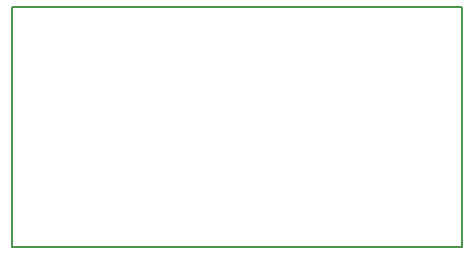
<source format=gbr>
G04 #@! TF.GenerationSoftware,KiCad,Pcbnew,5.0.2*
G04 #@! TF.CreationDate,2020-07-19T07:30:29+02:00*
G04 #@! TF.ProjectId,pmod-ps2,706d6f64-2d70-4733-922e-6b696361645f,1*
G04 #@! TF.SameCoordinates,Original*
G04 #@! TF.FileFunction,Profile,NP*
%FSLAX46Y46*%
G04 Gerber Fmt 4.6, Leading zero omitted, Abs format (unit mm)*
G04 Created by KiCad (PCBNEW 5.0.2) date dim. 19 juil. 2020 07:30:29 CEST*
%MOMM*%
%LPD*%
G01*
G04 APERTURE LIST*
%ADD10C,0.150000*%
G04 APERTURE END LIST*
D10*
X129450000Y-115160000D02*
X129450000Y-94840000D01*
X167550000Y-115160000D02*
X129450000Y-115160000D01*
X167550000Y-94840000D02*
X167550000Y-115160000D01*
X129450000Y-94840000D02*
X167550000Y-94840000D01*
M02*

</source>
